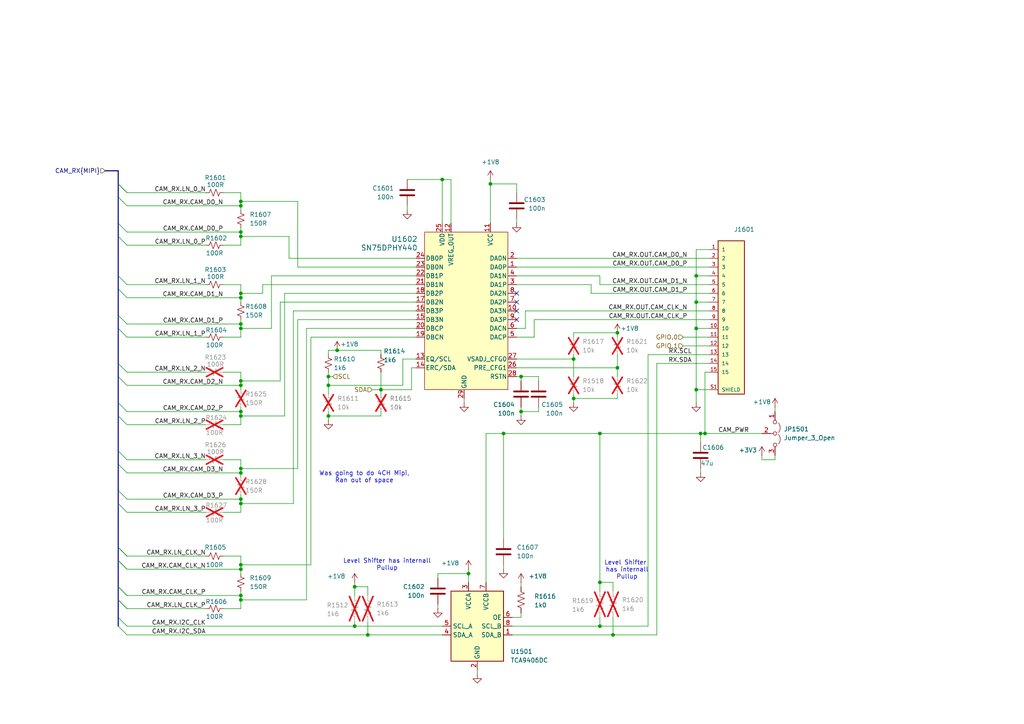
<source format=kicad_sch>
(kicad_sch (version 20250114) (generator "eeschema") (generator_version "9.0")
  (paper "A4")
  (title_block (date "2025-09-13") (rev "A"))
  (lib_symbols
    (symbol "Device:C" (pin_numbers (hide yes)) (pin_names (offset 0.254))
      (property "Reference" "C" (at 0.635 2.54 0))
      (property "Value" "C" (at 0.635 -2.54 0))
      (symbol "C_0_1"
        (polyline (pts (xy -2.032 0.762) (xy 2.032 0.762)) (stroke (width 0.508)))
        (polyline (pts (xy -2.032 -0.762) (xy 2.032 -0.762)) (stroke (width 0.508)))
      )
      (symbol "C_1_1"
        (pin passive line (at 0 3.81 270) (length 2.794) (name "~") (number "1"))
        (pin passive line (at 0 -3.81 90) (length 2.794) (name "~") (number "2"))
      )
    )
    (symbol "Device:R_Small_US" (pin_numbers (hide yes)) (pin_names (offset 0.254) (hide yes))
      (property "Reference" "R" (at 0.762 0.508 0))
      (property "Value" "R_Small_US" (at 0.762 -1.016 0))
      (symbol "R_Small_US_1_1"
        (polyline (pts (xy 0 1.524) (xy 1.016 1.143) (xy 0 0.762) (xy -1.016 0.381) (xy 0 0)))
        (polyline (pts (xy 0 0) (xy 1.016 -0.381) (xy 0 -0.762) (xy -1.016 -1.143) (xy 0 -1.524)))
        (pin passive line (at 0 2.54 270) (length 1.016) (name "~") (number "1"))
        (pin passive line (at 0 -2.54 90) (length 1.016) (name "~") (number "2"))
      )
    )
    (symbol "Device:R_US" (pin_numbers (hide yes)) (pin_names (offset 0))
      (property "Reference" "R" (at 2.54 0 90))
      (property "Value" "R_US" (at -2.54 0 90))
      (symbol "R_US_0_1"
        (polyline (pts (xy 0 2.286) (xy 0 2.54)))
        (polyline (pts (xy 0 2.286) (xy 1.016 1.905) (xy 0 1.524) (xy -1.016 1.143) (xy 0 0.762)))
        (polyline (pts (xy 0 0.762) (xy 1.016 0.381) (xy 0 0) (xy -1.016 -0.381) (xy 0 -0.762)))
        (polyline (pts (xy 0 -0.762) (xy 1.016 -1.143) (xy 0 -1.524) (xy -1.016 -1.905) (xy 0 -2.286)))
        (polyline (pts (xy 0 -2.286) (xy 0 -2.54)))
      )
      (symbol "R_US_1_1"
        (pin passive line (at 0 3.81 270) (length 1.27) (name "~") (number "1"))
        (pin passive line (at 0 -3.81 90) (length 1.27) (name "~") (number "2"))
      )
    )
    (symbol "Interface:TCA9406DC"
      (property "Reference" "U" (at -7.62 11.43 0))
      (property "Value" "TCA9406DC" (at 5.08 11.43 0))
      (symbol "TCA9406DC_0_1"
        (rectangle (start -7.62 10.16) (end 7.62 -10.16) (stroke (width 0.254)) (fill (type background)))
      )
      (symbol "TCA9406DC_1_1"
        (pin bidirectional line (at -10.16 0 0) (length 2.54) (name "SCL_A") (number "5"))
        (pin bidirectional line (at -10.16 -2.54 0) (length 2.54) (name "SDA_A") (number "4"))
        (pin power_in line (at -2.54 12.7 270) (length 2.54) (name "VCCA") (number "3"))
        (pin power_in line (at 0 -12.7 90) (length 2.54) (name "GND") (number "2"))
        (pin power_in line (at 2.54 12.7 270) (length 2.54) (name "VCCB") (number "7"))
        (pin input line (at 10.16 2.54 180) (length 2.54) (name "OE") (number "6"))
        (pin bidirectional line (at 10.16 0 180) (length 2.54) (name "SCL_B") (number "8"))
        (pin bidirectional line (at 10.16 -2.54 180) (length 2.54) (name "SDA_B") (number "1"))
      )
    )
    (symbol "Jumper:Jumper_3_Open" (pin_names (offset 0) (hide yes)) (in_bom no)
      (property "Reference" "JP" (at -2.54 -2.54 0))
      (property "Value" "Jumper_3_Open" (at 0 2.794 0))
      (symbol "Jumper_3_Open_0_0"
        (circle (center -3.302 0) (radius 0.508))
        (circle (center 0 0) (radius 0.508))
        (circle (center 3.302 0) (radius 0.508))
      )
      (symbol "Jumper_3_Open_0_1"
        (arc (start -3.048 1.016) (mid -1.651 1.4992) (end -0.254 1.016))
        (polyline (pts (xy 0 -0.508) (xy 0 -1.27)))
        (arc (start 0.254 1.016) (mid 1.651 1.4992) (end 3.048 1.016))
      )
      (symbol "Jumper_3_Open_1_1"
        (pin passive line (at -6.35 0 0) (length 2.54) (name "A") (number "1"))
        (pin passive line (at 0 -3.81 90) (length 2.54) (name "C") (number "2"))
        (pin passive line (at 6.35 0 180) (length 2.54) (name "B") (number "3"))
      )
    )
    (symbol "SN75DPHY:SN75DPHY440SSRHRT" (pin_names (offset 0.254))
      (property "Reference" "U" (at 20.574 -18.542 0))
      (property "Value" "SN75DPHY440" (at 21.59 -28.702 0))
      (symbol "SN75DPHY440SSRHRT_0_1"
        (pin bidirectional line (at 6.35 -2.54 0) (length 2.54) (name "DA0N") (number "2"))
        (pin bidirectional line (at 6.35 -5.08 0) (length 2.54) (name "DA0P") (number "1"))
        (pin bidirectional line (at 6.35 -7.62 0) (length 2.54) (name "DA1N") (number "4"))
        (pin bidirectional line (at 6.35 -10.16 0) (length 2.54) (name "DA1P") (number "3"))
        (pin bidirectional line (at 6.35 -12.7 0) (length 2.54) (name "DA2N") (number "8"))
        (pin bidirectional line (at 6.35 -15.24 0) (length 2.54) (name "DA2P") (number "7"))
        (pin bidirectional line (at 6.35 -17.78 0) (length 2.54) (name "DA3N") (number "10"))
        (pin bidirectional line (at 6.35 -20.32 0) (length 2.54) (name "DA3P") (number "9"))
        (pin bidirectional line (at 6.35 -22.86 0) (length 2.54) (name "DACN") (number "6"))
        (pin bidirectional line (at 6.35 -25.4 0) (length 2.54) (name "DACP") (number "5"))
        (pin unspecified line (at 6.35 -31.75 0) (length 2.54) (name "VSADJ_CFG0") (number "27"))
        (pin unspecified line (at 6.35 -34.29 0) (length 2.54) (name "PRE_CFG1") (number "26"))
        (pin unspecified line (at 6.35 -36.83 0) (length 2.54) (name "RSTN") (number "28"))
        (pin power_in line (at 13.97 7.62 270) (length 2.54) (name "VCC") (number "11"))
        (pin output line (at 25.4 7.62 270) (length 2.54) (name "VREG_OUT") (number "12"))
        (pin power_in line (at 27.94 7.62 270) (length 2.54) (name "VDD") (number "25"))
        (pin bidirectional line (at 35.56 -2.54 180) (length 2.54) (name "DB0P") (number "24"))
        (pin bidirectional line (at 35.56 -5.08 180) (length 2.54) (name "DB0N") (number "23"))
        (pin bidirectional line (at 35.56 -7.62 180) (length 2.54) (name "DB1P") (number "22"))
        (pin bidirectional line (at 35.56 -10.16 180) (length 2.54) (name "DB1N") (number "21"))
        (pin bidirectional line (at 35.56 -12.7 180) (length 2.54) (name "DB2P") (number "18"))
        (pin bidirectional line (at 35.56 -15.24 180) (length 2.54) (name "DB2N") (number "17"))
        (pin bidirectional line (at 35.56 -17.78 180) (length 2.54) (name "DB3P") (number "16"))
        (pin bidirectional line (at 35.56 -20.32 180) (length 2.54) (name "DB3N") (number "15"))
        (pin bidirectional line (at 35.56 -22.86 180) (length 2.54) (name "DBCP") (number "20"))
        (pin bidirectional line (at 35.56 -25.4 180) (length 2.54) (name "DBCN") (number "19"))
        (pin bidirectional line (at 35.56 -31.75 180) (length 2.54) (name "EQ/SCL") (number "13"))
        (pin bidirectional line (at 35.56 -34.29 180) (length 2.54) (name "ERC/SDA") (number "14"))
      )
      (symbol "SN75DPHY440SSRHRT_1_1"
        (rectangle (start 8.89 5.08) (end 33.02 -40.64) (fill (type background)))
        (pin power_in line (at 21.59 -43.18 90) (length 2.54) (name "GND") (number "29"))
      )
    )
    (symbol "camera1:SFW15R-2STE1LF" (pin_names (offset 1.016))
      (property "Reference" "J" (at -7.112 24.13 0))
      (property "Value" "SFW15R-2STE1LF" (at -7.62 -27.94 0))
      (symbol "SFW15R-2STE1LF_0_0"
        (rectangle (start -7.62 22.86) (end 0 -21.59) (stroke (width 0.254)) (fill (type background)))
        (pin passive line (at -10.16 20.32 0) (length 2.54) (name "1") (number "1"))
        (pin passive line (at -10.16 17.78 0) (length 2.54) (name "2") (number "2"))
        (pin passive line (at -10.16 15.24 0) (length 2.54) (name "3") (number "3"))
        (pin passive line (at -10.16 12.7 0) (length 2.54) (name "4") (number "4"))
        (pin passive line (at -10.16 10.16 0) (length 2.54) (name "5") (number "5"))
        (pin passive line (at -10.16 7.62 0) (length 2.54) (name "6") (number "6"))
        (pin passive line (at -10.16 5.08 0) (length 2.54) (name "7") (number "7"))
        (pin passive line (at -10.16 2.54 0) (length 2.54) (name "8") (number "8"))
        (pin passive line (at -10.16 0 0) (length 2.54) (name "9") (number "9"))
        (pin passive line (at -10.16 -2.54 0) (length 2.54) (name "10") (number "10"))
        (pin passive line (at -10.16 -5.08 0) (length 2.54) (name "11") (number "11"))
        (pin passive line (at -10.16 -7.62 0) (length 2.54) (name "12") (number "12"))
        (pin passive line (at -10.16 -10.16 0) (length 2.54) (name "13") (number "13"))
        (pin passive line (at -10.16 -12.7 0) (length 2.54) (name "14") (number "14"))
        (pin passive line (at -10.16 -15.24 0) (length 2.54) (name "15") (number "15"))
        (pin passive line (at -10.16 -20.32 0) (length 2.54) (name "SHIELD") (number "S1"))
        (pin passive line (at -10.16 -20.32 0) (length 2.54) (hide yes) (name "SHIELD__1") (number "S2"))
      )
    )
    (symbol "power:+1V8" (power) (pin_numbers (hide yes)) (pin_names (offset 0) (hide yes))
      (property "Value" "+1V8" (at 0 3.556 0))
      (symbol "+1V8_0_1"
        (polyline (pts (xy -0.762 1.27) (xy 0 2.54)))
        (polyline (pts (xy 0 2.54) (xy 0.762 1.27)))
        (polyline (pts (xy 0 0) (xy 0 2.54)))
      )
      (symbol "+1V8_1_1"
        (pin power_in line (at 0 0 90) (length 0) (name "~") (number "1"))
      )
    )
    (symbol "power:+3V3" (power) (pin_numbers (hide yes)) (pin_names (offset 0) (hide yes))
      (property "Value" "+3V3" (at 0 3.556 0))
      (symbol "+3V3_0_1"
        (polyline (pts (xy -0.762 1.27) (xy 0 2.54)))
        (polyline (pts (xy 0 2.54) (xy 0.762 1.27)))
        (polyline (pts (xy 0 0) (xy 0 2.54)))
      )
      (symbol "+3V3_1_1"
        (pin power_in line (at 0 0 90) (length 0) (name "~") (number "1"))
      )
    )
    (symbol "power:GND" (power) (pin_numbers (hide yes)) (pin_names (offset 0) (hide yes))
      (property "Value" "GND" (at 0 -3.81 0))
      (symbol "GND_0_1"
        (polyline (pts (xy 0 0) (xy 0 -1.27) (xy 1.27 -1.27) (xy 0 -2.54) (xy -1.27 -1.27) (xy 0 -1.27)))
      )
      (symbol "GND_1_1"
        (pin power_in line (at 0 0 270) (length 0) (name "~") (number "1"))
      )
    )
  )
  (text "Level Shifter has internall\nPullup" (at 112.268 163.83 0) (effects (font (size 1.27 1.27))))
  (text "Level Shifter \nhas internall\nPullup" (at 181.864 165.354 0) (effects (font (size 1.27 1.27))))
  (text "Was going to do 4CH Mipi,\nRan out of space" (at 105.664 138.43 0) (effects (font (size 1.27 1.27))))
  (junction (at 95.25 111.76))
  (junction (at 69.85 93.98))
  (junction (at 151.13 119.38))
  (junction (at 151.13 109.22))
  (junction (at 179.07 106.68))
  (junction (at 69.85 110.49))
  (junction (at 69.85 137.16))
  (junction (at 95.25 120.65))
  (junction (at 69.85 173.99))
  (junction (at 69.85 111.76))
  (junction (at 102.87 170.18))
  (junction (at 201.93 80.01))
  (junction (at 106.68 184.15))
  (junction (at 102.87 181.61))
  (junction (at 173.99 168.91))
  (junction (at 166.37 104.14))
  (junction (at 128.27 52.07))
  (junction (at 69.85 165.1))
  (junction (at 166.37 115.57))
  (junction (at 69.85 144.78))
  (junction (at 110.49 113.03))
  (junction (at 173.99 181.61))
  (junction (at 69.85 58.42))
  (junction (at 69.85 67.31))
  (junction (at 204.47 125.73))
  (junction (at 201.93 87.63))
  (junction (at 135.89 166.37))
  (junction (at 142.24 53.34))
  (junction (at 69.85 163.83))
  (junction (at 95.25 109.22))
  (junction (at 177.8 184.15))
  (junction (at 173.99 125.73))
  (junction (at 69.85 146.05))
  (junction (at 69.85 120.65))
  (junction (at 69.85 95.25))
  (junction (at 201.93 95.25))
  (junction (at 97.79 101.6))
  (junction (at 179.07 96.52))
  (junction (at 69.85 86.36))
  (junction (at 69.85 119.38))
  (junction (at 69.85 135.89))
  (junction (at 69.85 172.72))
  (junction (at 146.05 125.73))
  (junction (at 201.93 113.03))
  (junction (at 69.85 68.58))
  (junction (at 203.2 125.73))
  (junction (at 69.85 85.09))
  (junction (at 69.85 59.69))
  (no_connect (at 149.86 92.71))
  (no_connect (at 149.86 87.63))
  (no_connect (at 149.86 90.17))
  (no_connect (at 149.86 85.09))
  (bus_entry (at 34.29 57.15) (size 2.54 2.54))
  (bus_entry (at 34.29 146.05) (size 2.54 2.54))
  (bus_entry (at 34.29 91.44) (size 2.54 2.54))
  (bus_entry (at 34.29 83.82) (size 2.54 2.54))
  (bus_entry (at 34.29 142.24) (size 2.54 2.54))
  (bus_entry (at 34.29 68.58) (size 2.54 2.54))
  (bus_entry (at 34.29 95.25) (size 2.54 2.54))
  (bus_entry (at 34.29 181.61) (size 2.54 2.54))
  (bus_entry (at 34.29 170.18) (size 2.54 2.54))
  (bus_entry (at 34.29 179.07) (size 2.54 2.54))
  (bus_entry (at 34.29 158.75) (size 2.54 2.54))
  (bus_entry (at 34.29 80.01) (size 2.54 2.54))
  (bus_entry (at 34.29 53.34) (size 2.54 2.54))
  (bus_entry (at 34.29 173.99) (size 2.54 2.54))
  (bus_entry (at 34.29 53.34) (size 2.54 2.54))
  (bus_entry (at 34.29 64.77) (size 2.54 2.54))
  (bus_entry (at 34.29 158.75) (size 2.54 2.54))
  (bus_entry (at 34.29 130.81) (size 2.54 2.54))
  (bus_entry (at 34.29 173.99) (size 2.54 2.54))
  (bus_entry (at 34.29 134.62) (size 2.54 2.54))
  (bus_entry (at 34.29 105.41) (size 2.54 2.54))
  (bus_entry (at 34.29 109.22) (size 2.54 2.54))
  (bus_entry (at 34.29 170.18) (size 2.54 2.54))
  (bus_entry (at 34.29 162.56) (size 2.54 2.54))
  (bus_entry (at 34.29 120.65) (size 2.54 2.54))
  (bus_entry (at 34.29 162.56) (size 2.54 2.54))
  (bus_entry (at 34.29 116.84) (size 2.54 2.54))
  (wire (pts (xy 106.68 172.72) (xy 106.68 170.18)))
  (wire (pts (xy 78.74 80.01) (xy 78.74 95.25)))
  (wire (pts (xy 224.79 118.11) (xy 224.79 119.38)))
  (wire (pts (xy 107.95 113.03) (xy 110.49 113.03)))
  (wire (pts (xy 81.28 87.63) (xy 120.65 87.63)))
  (wire (pts (xy 151.13 109.22) (xy 149.86 109.22)))
  (bus (pts (xy 30.48 49.53) (xy 34.29 49.53)))
  (wire (pts (xy 204.47 107.95) (xy 205.74 107.95)))
  (bus (pts (xy 34.29 80.01) (xy 34.29 83.82)))
  (wire (pts (xy 102.87 180.34) (xy 102.87 181.61)))
  (wire (pts (xy 36.83 71.12) (xy 59.69 71.12)))
  (wire (pts (xy 88.9 95.25) (xy 120.65 95.25)))
  (wire (pts (xy 36.83 82.55) (xy 59.69 82.55)))
  (wire (pts (xy 36.83 59.69) (xy 69.85 59.69)))
  (wire (pts (xy 149.86 74.93) (xy 205.74 74.93)))
  (wire (pts (xy 204.47 107.95) (xy 204.47 125.73)))
  (wire (pts (xy 36.83 107.95) (xy 59.69 107.95)))
  (wire (pts (xy 127 166.37) (xy 127 167.64)))
  (wire (pts (xy 83.82 74.93) (xy 120.65 74.93)))
  (wire (pts (xy 69.85 123.19) (xy 69.85 120.65)))
  (wire (pts (xy 36.83 165.1) (xy 69.85 165.1)))
  (wire (pts (xy 110.49 113.03) (xy 110.49 114.3)))
  (bus (pts (xy 34.29 91.44) (xy 34.29 95.25)))
  (wire (pts (xy 149.86 104.14) (xy 166.37 104.14)))
  (bus (pts (xy 34.29 109.22) (xy 34.29 116.84)))
  (wire (pts (xy 118.11 59.69) (xy 118.11 60.96)))
  (wire (pts (xy 69.85 137.16) (xy 69.85 138.43)))
  (wire (pts (xy 36.83 176.53) (xy 59.69 176.53)))
  (wire (pts (xy 179.07 115.57) (xy 166.37 115.57)))
  (wire (pts (xy 36.83 148.59) (xy 59.69 148.59)))
  (bus (pts (xy 34.29 105.41) (xy 34.29 109.22)))
  (wire (pts (xy 69.85 110.49) (xy 81.28 110.49)))
  (wire (pts (xy 64.77 148.59) (xy 69.85 148.59)))
  (wire (pts (xy 205.74 72.39) (xy 201.93 72.39)))
  (wire (pts (xy 86.36 58.42) (xy 86.36 77.47)))
  (wire (pts (xy 166.37 96.52) (xy 166.37 97.79)))
  (wire (pts (xy 106.68 184.15) (xy 128.27 184.15)))
  (wire (pts (xy 81.28 110.49) (xy 81.28 87.63)))
  (wire (pts (xy 69.85 120.65) (xy 69.85 119.38)))
  (wire (pts (xy 151.13 109.22) (xy 156.21 109.22)))
  (wire (pts (xy 86.36 77.47) (xy 120.65 77.47)))
  (wire (pts (xy 203.2 125.73) (xy 203.2 128.27)))
  (wire (pts (xy 149.86 55.88) (xy 149.86 53.34)))
  (wire (pts (xy 69.85 165.1) (xy 69.85 166.37)))
  (wire (pts (xy 69.85 107.95) (xy 69.85 110.49)))
  (wire (pts (xy 198.12 97.79) (xy 205.74 97.79)))
  (wire (pts (xy 106.68 170.18) (xy 102.87 170.18)))
  (wire (pts (xy 69.85 148.59) (xy 69.85 146.05)))
  (wire (pts (xy 106.68 180.34) (xy 106.68 184.15)))
  (wire (pts (xy 69.85 133.35) (xy 69.85 135.89)))
  (wire (pts (xy 116.84 104.14) (xy 116.84 111.76)))
  (wire (pts (xy 140.97 125.73) (xy 146.05 125.73)))
  (wire (pts (xy 166.37 96.52) (xy 179.07 96.52)))
  (wire (pts (xy 36.83 172.72) (xy 69.85 172.72)))
  (wire (pts (xy 220.98 133.35) (xy 224.79 133.35)))
  (bus (pts (xy 34.29 162.56) (xy 34.29 170.18)))
  (wire (pts (xy 69.85 97.79) (xy 69.85 95.25)))
  (bus (pts (xy 34.29 53.34) (xy 34.29 57.15)))
  (wire (pts (xy 110.49 113.03) (xy 119.38 113.03)))
  (wire (pts (xy 179.07 106.68) (xy 179.07 102.87)))
  (wire (pts (xy 102.87 168.91) (xy 102.87 170.18)))
  (wire (pts (xy 166.37 115.57) (xy 166.37 116.84)))
  (wire (pts (xy 36.83 161.29) (xy 59.69 161.29)))
  (wire (pts (xy 190.5 105.41) (xy 190.5 184.15)))
  (wire (pts (xy 69.85 55.88) (xy 69.85 58.42)))
  (wire (pts (xy 69.85 146.05) (xy 69.85 144.78)))
  (wire (pts (xy 156.21 119.38) (xy 156.21 118.11)))
  (wire (pts (xy 69.85 120.65) (xy 82.55 120.65)))
  (wire (pts (xy 127 175.26) (xy 127 176.53)))
  (wire (pts (xy 110.49 120.65) (xy 95.25 120.65)))
  (wire (pts (xy 198.12 100.33) (xy 205.74 100.33)))
  (wire (pts (xy 69.85 111.76) (xy 69.85 113.03)))
  (wire (pts (xy 204.47 125.73) (xy 220.98 125.73)))
  (wire (pts (xy 179.07 106.68) (xy 179.07 109.22)))
  (wire (pts (xy 64.77 55.88) (xy 69.85 55.88)))
  (wire (pts (xy 64.77 161.29) (xy 69.85 161.29)))
  (wire (pts (xy 130.81 52.07) (xy 128.27 52.07)))
  (wire (pts (xy 201.93 80.01) (xy 201.93 87.63)))
  (bus (pts (xy 34.29 83.82) (xy 34.29 91.44)))
  (wire (pts (xy 69.85 59.69) (xy 69.85 60.96)))
  (wire (pts (xy 151.13 168.91) (xy 151.13 170.18)))
  (wire (pts (xy 119.38 106.68) (xy 120.65 106.68)))
  (wire (pts (xy 190.5 184.15) (xy 177.8 184.15)))
  (wire (pts (xy 69.85 67.31) (xy 69.85 66.04)))
  (wire (pts (xy 173.99 125.73) (xy 173.99 168.91)))
  (wire (pts (xy 179.07 97.79) (xy 179.07 96.52)))
  (wire (pts (xy 76.2 82.55) (xy 76.2 85.09)))
  (wire (pts (xy 64.77 107.95) (xy 69.85 107.95)))
  (bus (pts (xy 34.29 173.99) (xy 34.29 179.07)))
  (wire (pts (xy 83.82 68.58) (xy 83.82 74.93)))
  (wire (pts (xy 69.85 119.38) (xy 69.85 118.11)))
  (wire (pts (xy 95.25 111.76) (xy 95.25 114.3)))
  (wire (pts (xy 82.55 120.65) (xy 82.55 85.09)))
  (wire (pts (xy 69.85 144.78) (xy 69.85 143.51)))
  (wire (pts (xy 203.2 125.73) (xy 173.99 125.73)))
  (wire (pts (xy 127 166.37) (xy 135.89 166.37)))
  (wire (pts (xy 177.8 171.45) (xy 177.8 168.91)))
  (wire (pts (xy 69.85 173.99) (xy 88.9 173.99)))
  (wire (pts (xy 36.83 86.36) (xy 69.85 86.36)))
  (wire (pts (xy 88.9 95.25) (xy 88.9 173.99)))
  (wire (pts (xy 64.77 123.19) (xy 69.85 123.19)))
  (wire (pts (xy 146.05 156.21) (xy 146.05 125.73)))
  (wire (pts (xy 69.85 93.98) (xy 69.85 92.71)))
  (wire (pts (xy 36.83 93.98) (xy 69.85 93.98)))
  (wire (pts (xy 173.99 179.07) (xy 173.99 181.61)))
  (wire (pts (xy 36.83 133.35) (xy 59.69 133.35)))
  (bus (pts (xy 34.29 179.07) (xy 34.29 181.61)))
  (wire (pts (xy 69.85 85.09) (xy 76.2 85.09)))
  (wire (pts (xy 201.93 87.63) (xy 205.74 87.63)))
  (bus (pts (xy 34.29 68.58) (xy 34.29 80.01)))
  (wire (pts (xy 146.05 163.83) (xy 146.05 165.1)))
  (wire (pts (xy 86.36 92.71) (xy 86.36 135.89)))
  (wire (pts (xy 173.99 181.61) (xy 187.96 181.61)))
  (wire (pts (xy 95.25 107.95) (xy 95.25 109.22)))
  (wire (pts (xy 151.13 119.38) (xy 156.21 119.38)))
  (wire (pts (xy 36.83 123.19) (xy 59.69 123.19)))
  (bus (pts (xy 34.29 134.62) (xy 34.29 142.24)))
  (wire (pts (xy 201.93 87.63) (xy 201.93 95.25)))
  (wire (pts (xy 128.27 64.77) (xy 128.27 52.07)))
  (wire (pts (xy 151.13 179.07) (xy 148.59 179.07)))
  (wire (pts (xy 173.99 168.91) (xy 173.99 171.45)))
  (wire (pts (xy 36.83 181.61) (xy 102.87 181.61)))
  (wire (pts (xy 96.52 109.22) (xy 95.25 109.22)))
  (wire (pts (xy 154.94 92.71) (xy 205.74 92.71)))
  (wire (pts (xy 135.89 165.1) (xy 135.89 166.37)))
  (bus (pts (xy 34.29 142.24) (xy 34.29 146.05)))
  (wire (pts (xy 69.85 68.58) (xy 83.82 68.58)))
  (wire (pts (xy 69.85 173.99) (xy 69.85 172.72)))
  (wire (pts (xy 138.43 194.31) (xy 138.43 195.58)))
  (wire (pts (xy 110.49 107.95) (xy 110.49 113.03)))
  (wire (pts (xy 201.93 95.25) (xy 201.93 113.03)))
  (wire (pts (xy 110.49 101.6) (xy 97.79 101.6)))
  (wire (pts (xy 69.85 82.55) (xy 69.85 85.09)))
  (wire (pts (xy 151.13 110.49) (xy 151.13 109.22)))
  (wire (pts (xy 69.85 71.12) (xy 69.85 68.58)))
  (bus (pts (xy 34.29 158.75) (xy 34.29 162.56)))
  (wire (pts (xy 146.05 125.73) (xy 173.99 125.73)))
  (wire (pts (xy 156.21 109.22) (xy 156.21 110.49)))
  (wire (pts (xy 130.81 52.07) (xy 130.81 64.77)))
  (wire (pts (xy 64.77 82.55) (xy 69.85 82.55)))
  (wire (pts (xy 149.86 63.5) (xy 149.86 64.77)))
  (wire (pts (xy 69.85 172.72) (xy 69.85 171.45)))
  (wire (pts (xy 102.87 181.61) (xy 128.27 181.61)))
  (wire (pts (xy 177.8 179.07) (xy 177.8 184.15)))
  (wire (pts (xy 64.77 97.79) (xy 69.85 97.79)))
  (bus (pts (xy 34.29 57.15) (xy 34.29 64.77)))
  (wire (pts (xy 149.86 82.55) (xy 171.45 82.55)))
  (wire (pts (xy 142.24 53.34) (xy 142.24 64.77)))
  (wire (pts (xy 36.83 111.76) (xy 69.85 111.76)))
  (wire (pts (xy 64.77 71.12) (xy 69.85 71.12)))
  (wire (pts (xy 120.65 104.14) (xy 116.84 104.14)))
  (wire (pts (xy 166.37 102.87) (xy 166.37 104.14)))
  (wire (pts (xy 204.47 125.73) (xy 203.2 125.73)))
  (wire (pts (xy 151.13 177.8) (xy 151.13 179.07)))
  (wire (pts (xy 201.93 95.25) (xy 205.74 95.25)))
  (wire (pts (xy 64.77 176.53) (xy 69.85 176.53)))
  (wire (pts (xy 171.45 82.55) (xy 171.45 85.09)))
  (bus (pts (xy 34.29 146.05) (xy 34.29 158.75)))
  (wire (pts (xy 110.49 119.38) (xy 110.49 120.65)))
  (wire (pts (xy 152.4 95.25) (xy 149.86 95.25)))
  (wire (pts (xy 149.86 53.34) (xy 142.24 53.34)))
  (wire (pts (xy 142.24 52.07) (xy 142.24 53.34)))
  (wire (pts (xy 69.85 86.36) (xy 69.85 87.63)))
  (wire (pts (xy 76.2 82.55) (xy 120.65 82.55)))
  (wire (pts (xy 69.85 161.29) (xy 69.85 163.83)))
  (wire (pts (xy 151.13 118.11) (xy 151.13 119.38)))
  (wire (pts (xy 187.96 102.87) (xy 205.74 102.87)))
  (wire (pts (xy 187.96 102.87) (xy 187.96 181.61)))
  (wire (pts (xy 69.85 68.58) (xy 69.85 67.31)))
  (wire (pts (xy 120.65 90.17) (xy 85.09 90.17)))
  (wire (pts (xy 86.36 58.42) (xy 69.85 58.42)))
  (wire (pts (xy 151.13 120.65) (xy 151.13 119.38)))
  (wire (pts (xy 149.86 106.68) (xy 179.07 106.68)))
  (wire (pts (xy 190.5 105.41) (xy 205.74 105.41)))
  (bus (pts (xy 34.29 53.34) (xy 34.29 49.53)))
  (bus (pts (xy 34.29 95.25) (xy 34.29 105.41)))
  (wire (pts (xy 36.83 144.78) (xy 69.85 144.78)))
  (wire (pts (xy 220.98 133.35) (xy 220.98 132.08)))
  (wire (pts (xy 90.17 163.83) (xy 90.17 97.79)))
  (wire (pts (xy 135.89 166.37) (xy 135.89 168.91)))
  (wire (pts (xy 69.85 163.83) (xy 90.17 163.83)))
  (wire (pts (xy 69.85 110.49) (xy 69.85 111.76)))
  (wire (pts (xy 119.38 106.68) (xy 119.38 113.03)))
  (wire (pts (xy 69.85 135.89) (xy 69.85 137.16)))
  (wire (pts (xy 171.45 85.09) (xy 205.74 85.09)))
  (wire (pts (xy 166.37 104.14) (xy 166.37 109.22)))
  (wire (pts (xy 95.25 101.6) (xy 97.79 101.6)))
  (wire (pts (xy 179.07 114.3) (xy 179.07 115.57)))
  (wire (pts (xy 64.77 133.35) (xy 69.85 133.35)))
  (wire (pts (xy 90.17 97.79) (xy 120.65 97.79)))
  (wire (pts (xy 85.09 90.17) (xy 85.09 146.05)))
  (wire (pts (xy 69.85 95.25) (xy 78.74 95.25)))
  (wire (pts (xy 201.93 113.03) (xy 201.93 116.84)))
  (wire (pts (xy 82.55 85.09) (xy 120.65 85.09)))
  (wire (pts (xy 69.85 58.42) (xy 69.85 59.69)))
  (wire (pts (xy 128.27 52.07) (xy 118.11 52.07)))
  (wire (pts (xy 78.74 80.01) (xy 120.65 80.01)))
  (bus (pts (xy 34.29 116.84) (xy 34.29 120.65)))
  (bus (pts (xy 34.29 64.77) (xy 34.29 68.58)))
  (wire (pts (xy 154.94 97.79) (xy 149.86 97.79)))
  (wire (pts (xy 148.59 181.61) (xy 173.99 181.61)))
  (wire (pts (xy 203.2 135.89) (xy 203.2 137.16)))
  (wire (pts (xy 95.25 119.38) (xy 95.25 120.65)))
  (wire (pts (xy 36.83 97.79) (xy 59.69 97.79)))
  (wire (pts (xy 152.4 90.17) (xy 152.4 95.25)))
  (wire (pts (xy 173.99 168.91) (xy 177.8 168.91)))
  (wire (pts (xy 201.93 72.39) (xy 201.93 80.01)))
  (wire (pts (xy 36.83 55.88) (xy 59.69 55.88)))
  (wire (pts (xy 173.99 80.01) (xy 149.86 80.01)))
  (wire (pts (xy 224.79 133.35) (xy 224.79 132.08)))
  (wire (pts (xy 201.93 80.01) (xy 205.74 80.01)))
  (wire (pts (xy 69.85 85.09) (xy 69.85 86.36)))
  (wire (pts (xy 102.87 170.18) (xy 102.87 172.72)))
  (wire (pts (xy 177.8 184.15) (xy 148.59 184.15)))
  (bus (pts (xy 34.29 120.65) (xy 34.29 130.81)))
  (wire (pts (xy 154.94 92.71) (xy 154.94 97.79)))
  (wire (pts (xy 69.85 95.25) (xy 69.85 93.98)))
  (bus (pts (xy 34.29 130.81) (xy 34.29 134.62)))
  (wire (pts (xy 95.25 101.6) (xy 95.25 102.87)))
  (wire (pts (xy 152.4 90.17) (xy 205.74 90.17)))
  (wire (pts (xy 116.84 111.76) (xy 95.25 111.76)))
  (wire (pts (xy 36.83 67.31) (xy 69.85 67.31)))
  (wire (pts (xy 166.37 114.3) (xy 166.37 115.57)))
  (wire (pts (xy 201.93 113.03) (xy 205.74 113.03)))
  (wire (pts (xy 134.62 116.84) (xy 134.62 115.57)))
  (wire (pts (xy 36.83 119.38) (xy 69.85 119.38)))
  (wire (pts (xy 173.99 82.55) (xy 205.74 82.55)))
  (wire (pts (xy 140.97 125.73) (xy 140.97 168.91)))
  (wire (pts (xy 95.25 120.65) (xy 95.25 121.92)))
  (wire (pts (xy 69.85 163.83) (xy 69.85 165.1)))
  (wire (pts (xy 36.83 137.16) (xy 69.85 137.16)))
  (wire (pts (xy 69.85 173.99) (xy 69.85 176.53)))
  (wire (pts (xy 149.86 77.47) (xy 205.74 77.47)))
  (wire (pts (xy 69.85 146.05) (xy 85.09 146.05)))
  (wire (pts (xy 69.85 135.89) (xy 86.36 135.89)))
  (wire (pts (xy 95.25 109.22) (xy 95.25 111.76)))
  (wire (pts (xy 110.49 102.87) (xy 110.49 101.6)))
  (bus (pts (xy 34.29 170.18) (xy 34.29 173.99)))
  (wire (pts (xy 86.36 92.71) (xy 120.65 92.71)))
  (wire (pts (xy 173.99 82.55) (xy 173.99 80.01)))
  (wire (pts (xy 36.83 184.15) (xy 106.68 184.15)))
  (label "CAM_RX.LN_3_P" (at 59.69 148.59 180))
  (label "CAM_RX.OUT.CAM_CLK_N" (at 199.39 90.17 180))
  (label "CAM_RX.LN_CLK_N" (at 59.69 161.29 180))
  (label "CAM_RX.LN_1_N" (at 59.69 82.55 180))
  (label "CAM_RX.CAM_CLK_N" (at 59.69 165.1 180))
  (label "CAM_RX.OUT.CAM_D1_P" (at 199.39 85.09 180))
  (label "CAM_RX.CAM_D2_N" (at 64.77 111.76 180))
  (label "CAM_RX.OUT.CAM_D0_P" (at 199.39 77.47 180))
  (label "CAM_PWR" (at 208.28 125.73 0))
  (label "CAM_RX.OUT.CAM_CLK_P" (at 199.39 92.71 180))
  (label "CAM_RX.LN_0_P" (at 59.69 71.12 180))
  (label "CAM_RX.CAM_D0_P" (at 64.77 67.31 180))
  (label "CAM_RX.I2C_CLK" (at 59.69 181.61 180))
  (label "CAM_RX.LN_2_P" (at 59.69 123.19 180))
  (label "CAM_RX.LN_CLK_P" (at 59.69 176.53 180))
  (label "CAM_RX.CAM_D1_N" (at 64.77 86.36 180))
  (label "CAM_RX.CAM_D2_P" (at 64.77 119.38 180))
  (label "CAM_RX.CAM_D3_N" (at 64.77 137.16 180))
  (label "RX.SCL" (at 200.66 102.87 180))
  (label "CAM_RX.LN_0_N" (at 59.69 55.88 180))
  (label "CAM_RX.LN_3_N" (at 59.69 133.35 180))
  (label "CAM_RX.OUT.CAM_D0_N" (at 199.39 74.93 180))
  (label "CAM_RX.I2C_SDA" (at 59.69 184.15 180))
  (label "CAM_RX.CAM_D1_P" (at 64.77 93.98 180))
  (label "CAM_RX.CAM_D0_N" (at 64.77 59.69 180))
  (label "CAM_RX.LN_1_P" (at 59.69 97.79 180))
  (label "RX.SDA" (at 200.66 105.41 180))
  (label "CAM_RX.LN_2_N" (at 59.69 107.95 180))
  (label "CAM_RX.OUT.CAM_D1_N" (at 199.39 82.55 180))
  (label "CAM_RX.CAM_CLK_P" (at 59.69 172.72 180))
  (label "CAM_RX.CAM_D3_P" (at 64.77 144.78 180))
  (hierarchical_label "SCL" (shape input) (at 96.52 109.22 0))
  (hierarchical_label "SDA" (shape input) (at 107.95 113.03 180))
  (hierarchical_label "GPIO.1" (shape input) (at 198.12 100.33 180))
  (hierarchical_label "CAM_RX{MIPI}" (shape input) (at 30.48 49.53 180))
  (hierarchical_label "GPIO.0" (shape input) (at 198.12 97.79 180))
  (symbol (lib_id "power:GND") (at 203.2 137.16 0) (unit 1)
    (property "Reference" "#PWR01616" (effects (hide yes)))
    (property "Value" "GND" (effects (hide yes)))
    (property "Description" "Power symbol creates a global label with name \"GND\" , ground" (effects (hide yes)))
  )
  (symbol (lib_id "Device:R_Small_US") (at 69.85 140.97 0) (unit 1) (on_board no) (dnp yes)
    (property "Reference" "R1628" (at 71.12 139.7 0) (effects (justify left)))
    (property "Value" "150R" (at 71.12 142.24 0) (effects (justify left)))
    (property "Footprint" "Resistor_SMD:R_0402_1005Metric" (effects (hide yes)))
    (property "Description" "Resistor, small US symbol" (effects (hide yes)))
  )
  (symbol (lib_id "Device:R_Small_US") (at 62.23 176.53 90) (unit 1)
    (property "Reference" "R1606" (at 62.738 174.498 90))
    (property "Value" "100R" (at 62.23 178.816 90))
    (property "Footprint" "Resistor_SMD:R_0402_1005Metric" (effects (hide yes)))
    (property "Description" "Resistor, small US symbol" (effects (hide yes)))
  )
  (symbol (lib_id "Device:C") (at 127 171.45 0) (mirror y) (unit 1)
    (property "Reference" "C1602" (at 123.19 170.1799 0) (effects (justify left)))
    (property "Value" "100n" (at 123.19 172.7199 0) (effects (justify left)))
    (property "Footprint" "Capacitor_SMD:C_0402_1005Metric" (effects (hide yes)))
    (property "Description" "Unpolarized capacitor" (effects (hide yes)))
  )
  (symbol (lib_id "Device:C") (at 156.21 114.3 0) (mirror y) (unit 1)
    (property "Reference" "C1605" (at 163.322 117.348 0) (effects (justify left)))
    (property "Value" "100n" (at 163.322 119.888 0) (effects (justify left)))
    (property "Footprint" "Capacitor_SMD:C_0402_1005Metric" (effects (hide yes)))
    (property "Description" "Unpolarized capacitor" (effects (hide yes)))
  )
  (symbol (lib_id "Device:R_Small_US") (at 166.37 100.33 0) (unit 1) (dnp yes)
    (property "Reference" "R1617" (at 168.91 99.0599 0) (effects (justify left)))
    (property "Value" "10k" (at 168.91 101.5999 0) (effects (justify left)))
    (property "Footprint" "Resistor_SMD:R_0402_1005Metric" (effects (hide yes)))
    (property "Description" "Resistor, small US symbol" (effects (hide yes)))
  )
  (symbol (lib_id "Device:R_Small_US") (at 110.49 116.84 0) (unit 1) (dnp yes)
    (property "Reference" "R1615" (at 113.03 115.5699 0) (effects (justify left)))
    (property "Value" "10k" (at 113.03 118.1099 0) (effects (justify left)))
    (property "Footprint" "Resistor_SMD:R_0402_1005Metric" (effects (hide yes)))
    (property "Description" "Resistor, small US symbol" (effects (hide yes)))
  )
  (symbol (lib_id "Device:R_Small_US") (at 69.85 63.5 0) (unit 1)
    (property "Reference" "R1607" (at 72.39 62.2299 0) (effects (justify left)))
    (property "Value" "150R" (at 72.39 64.7699 0) (effects (justify left)))
    (property "Footprint" "Resistor_SMD:R_0402_1005Metric" (effects (hide yes)))
    (property "Description" "Resistor, small US symbol" (effects (hide yes)))
  )
  (symbol (lib_id "power:GND") (at 127 176.53 0) (unit 1)
    (property "Reference" "#PWR01605" (effects (hide yes)))
    (property "Value" "GND" (effects (hide yes)))
    (property "Description" "Power symbol creates a global label with name \"GND\" , ground" (effects (hide yes)))
  )
  (symbol (lib_id "power:+1V8") (at 151.13 168.91 0) (unit 1)
    (property "Reference" "#PWR01610" (effects (hide yes)))
    (property "Value" "+1V8" (at 155.956 167.132 0))
    (property "Description" "Power symbol creates a global label with name \"+1V8\"" (effects (hide yes)))
  )
  (symbol (lib_id "Device:R_US") (at 151.13 173.99 0) (unit 1)
    (property "Reference" "R1616" (at 154.94 172.974 0) (effects (justify left)))
    (property "Value" "1k0" (at 154.94 175.514 0) (effects (justify left)))
    (property "Footprint" "Resistor_SMD:R_0402_1005Metric" (effects (hide yes)))
    (property "Description" "Resistor, US symbol" (effects (hide yes)))
  )
  (symbol (lib_id "Device:R_Small_US") (at 110.49 105.41 0) (unit 1)
    (property "Reference" "R1614" (at 111.252 101.854 0) (effects (justify left)))
    (property "Value" "1k6" (at 111.252 104.394 0) (effects (justify left)))
    (property "Footprint" "Resistor_SMD:R_0402_1005Metric" (effects (hide yes)))
    (property "Description" "Resistor, small US symbol" (effects (hide yes)))
  )
  (symbol (lib_id "power:GND") (at 118.11 60.96 0) (mirror y) (unit 1)
    (property "Reference" "#PWR01604" (effects (hide yes)))
    (property "Value" "GND" (effects (hide yes)))
    (property "Description" "Power symbol creates a global label with name \"GND\" , ground" (effects (hide yes)))
  )
  (symbol (lib_id "power:GND") (at 166.37 116.84 0) (unit 1)
    (property "Reference" "#PWR01613" (effects (hide yes)))
    (property "Value" "GND" (effects (hide yes)))
    (property "Description" "Power symbol creates a global label with name \"GND\" , ground" (effects (hide yes)))
  )
  (symbol (lib_id "Device:R_US") (at 177.8 175.26 0) (unit 1) (dnp yes)
    (property "Reference" "R1620" (at 180.34 173.9899 0) (effects (justify left)))
    (property "Value" "1k6" (at 180.34 176.5299 0) (effects (justify left)))
    (property "Footprint" "Resistor_SMD:R_0402_1005Metric" (effects (hide yes)))
    (property "Description" "Resistor, US symbol" (effects (hide yes)))
  )
  (symbol (lib_id "Device:R_Small_US") (at 179.07 100.33 0) (unit 1) (dnp yes)
    (property "Reference" "R1621" (at 181.61 99.0599 0) (effects (justify left)))
    (property "Value" "10k" (at 181.61 101.5999 0) (effects (justify left)))
    (property "Footprint" "Resistor_SMD:R_0402_1005Metric" (effects (hide yes)))
    (property "Description" "Resistor, small US symbol" (effects (hide yes)))
  )
  (symbol (lib_id "Device:R_Small_US") (at 62.23 107.95 90) (unit 1) (on_board no) (dnp yes)
    (property "Reference" "R1623" (at 62.484 103.632 90))
    (property "Value" "100R" (at 62.484 105.664 90))
    (property "Footprint" "Resistor_SMD:R_0402_1005Metric" (effects (hide yes)))
    (property "Description" "Resistor, small US symbol" (effects (hide yes)))
  )
  (symbol (lib_id "Device:R_Small_US") (at 69.85 168.91 0) (unit 1)
    (property "Reference" "R1609" (at 72.39 167.6399 0) (effects (justify left)))
    (property "Value" "150R" (at 72.39 170.1799 0) (effects (justify left)))
    (property "Footprint" "Resistor_SMD:R_0402_1005Metric" (effects (hide yes)))
    (property "Description" "Resistor, small US symbol" (effects (hide yes)))
  )
  (symbol (lib_id "Device:R_US") (at 173.99 175.26 0) (unit 1) (dnp yes)
    (property "Reference" "R1619" (at 165.862 174.244 0) (effects (justify left)))
    (property "Value" "1k6" (at 165.862 176.784 0) (effects (justify left)))
    (property "Footprint" "Resistor_SMD:R_0402_1005Metric" (effects (hide yes)))
    (property "Description" "Resistor, US symbol" (effects (hide yes)))
  )
  (symbol (lib_id "Jumper:Jumper_3_Open") (at 224.79 125.73 270) (unit 1) (in_bom no)
    (property "Reference" "JP1601" (at 227.33 124.4599 90) (effects (justify left)))
    (property "Value" "Jumper_3_Open" (at 227.33 126.9999 90) (effects (justify left)))
    (property "Footprint" "Jumper:SolderJumper-3_P1.3mm_Open_Pad1.0x1.5mm_NumberLabels" (effects (hide yes)))
    (property "Description" "Jumper, 3-pole, both open" (effects (hide yes)))
    (instances (project "" (path "" (reference "JP1501") (unit 1)) (path "" (reference "JP1601") (unit 1))))
  )
  (symbol (lib_id "Device:C") (at 151.13 114.3 0) (mirror y) (unit 1)
    (property "Reference" "C1604" (at 149.352 117.348 0) (effects (justify left)))
    (property "Value" "100n" (at 149.352 119.888 0) (effects (justify left)))
    (property "Footprint" "Capacitor_SMD:C_0402_1005Metric" (effects (hide yes)))
    (property "Description" "Unpolarized capacitor" (effects (hide yes)))
  )
  (symbol (lib_id "power:GND") (at 134.62 116.84 0) (unit 1)
    (property "Reference" "#PWR01607" (effects (hide yes)))
    (property "Value" "GND" (effects (hide yes)))
    (property "Description" "Power symbol creates a global label with name \"GND\" , ground" (effects (hide yes)))
    (instances (project "" (path "" (reference "#PWR01507") (unit 1)) (path "" (reference "#PWR01607") (unit 1))))
  )
  (symbol (lib_id "power:+1V8") (at 142.24 52.07 0) (mirror y) (unit 1)
    (property "Reference" "#PWR01609" (effects (hide yes)))
    (property "Value" "+1V8" (at 142.24 46.99 0))
    (property "Description" "Power symbol creates a global label with name \"+1V8\"" (effects (hide yes)))
  )
  (symbol (lib_id "Device:C") (at 118.11 55.88 0) (mirror y) (unit 1)
    (property "Reference" "C1601" (at 114.3 54.6099 0) (effects (justify left)))
    (property "Value" "100n" (at 114.3 57.1499 0) (effects (justify left)))
    (property "Footprint" "Capacitor_SMD:C_0402_1005Metric" (effects (hide yes)))
    (property "Description" "Unpolarized capacitor" (effects (hide yes)))
  )
  (symbol (lib_id "Device:R_Small_US") (at 62.23 161.29 90) (unit 1)
    (property "Reference" "R1605" (at 62.484 158.75 90))
    (property "Value" "100R" (at 62.23 163.83 90))
    (property "Footprint" "Resistor_SMD:R_0402_1005Metric" (effects (hide yes)))
    (property "Description" "Resistor, small US symbol" (effects (hide yes)))
  )
  (symbol (lib_id "Device:R_Small_US") (at 62.23 123.19 90) (unit 1) (on_board no) (dnp yes)
    (property "Reference" "R1624" (at 62.738 121.158 90))
    (property "Value" "100R" (at 62.23 125.476 90))
    (property "Footprint" "Resistor_SMD:R_0402_1005Metric" (effects (hide yes)))
    (property "Description" "Resistor, small US symbol" (effects (hide yes)))
  )
  (symbol (lib_id "Device:R_Small_US") (at 95.25 105.41 0) (unit 1)
    (property "Reference" "R1610" (at 96.774 104.14 0) (effects (justify left)))
    (property "Value" "1k6" (at 96.774 106.68 0) (effects (justify left)))
    (property "Footprint" "Resistor_SMD:R_0402_1005Metric" (effects (hide yes)))
    (property "Description" "Resistor, small US symbol" (effects (hide yes)))
  )
  (symbol (lib_id "camera1:SFW15R-2STE1LF") (at 215.9 92.71 0) (unit 1)
    (property "Reference" "J1601" (at 212.852 66.548 0) (effects (justify left)))
    (property "Value" "SFW15R-2STE1LF" (effects (hide yes)))
    (property "Footprint" "Camera1:AMPHENOL_SFW15R-2STE1LF" (effects (hide yes)))
    (property "Description" "Conn FPC Connector SKT 15 POS 1mm Solder ST SMD T/R" (effects (hide yes)))
    (property "COMMENT" "1-1734248-5" (effects (hide yes)))
    (property "DESCRIPTION" "Conn FPC Connector SKT 15 POS 1mm Solder ST SMD T/R" (effects (hide yes)))
    (property "PACKAGE" "None" (effects (hide yes)))
    (property "PRICE" "None" (effects (hide yes)))
    (property "TE_PURCHASE_URL" "https://www.te.com/usa-en/product-1-1734248-5.html?te_bu=Cor&te_type=disp&te_campaign=seda_glo_cor-seda-global-disp-prtnr-fy19-seda-model-bom-cta_sma-317_1&elqCampaignId=32493" (effects (hide yes)))
    (property "STANDARD" "Manufacturer Recommendations" (effects (hide yes)))
    (property "PARTREV" "AE" (effects (hide yes)))
    (property "MP" "1-1734248-5" (effects (hide yes)))
    (property "EU_ROHS_COMPLIANCE" "Compliant" (effects (hide yes)))
    (property "AVAILABILITY" "Unavailable" (effects (hide yes)))
    (property "MANUFACTURER" "Amphenol ICC" (effects (hide yes)))
    (property "MAXIMUM_PACKAGE_HEIGHT" "2.7mm" (effects (hide yes)))
    (property "SNAPEDA_PN" "SFW15R-2STE1LF" (effects (hide yes)))
  )
  (symbol (lib_id "power:+3V3") (at 220.98 132.08 0) (unit 1)
    (property "Reference" "#PWR01617" (effects (hide yes)))
    (property "Value" "+3V3" (at 216.916 130.556 0))
    (property "Description" "Power symbol creates a global label with name \"+3V3\"" (effects (hide yes)))
    (instances (project "" (path "" (reference "#PWR01517") (unit 1)) (path "" (reference "#PWR01617") (unit 1))))
  )
  (symbol (lib_id "power:+1V8") (at 179.07 96.52 0) (unit 1)
    (property "Reference" "#PWR01614" (effects (hide yes)))
    (property "Value" "+1V8" (at 182.626 95.25 0))
    (property "Description" "Power symbol creates a global label with name \"+1V8\"" (effects (hide yes)))
  )
  (symbol (lib_id "power:+1V8") (at 224.79 118.11 0) (unit 1)
    (property "Reference" "#PWR01618" (effects (hide yes)))
    (property "Value" "+1V8" (at 220.98 116.586 0))
    (property "Description" "Power symbol creates a global label with name \"+1V8\"" (effects (hide yes)))
    (instances (project "" (path "" (reference "#PWR01518") (unit 1)) (path "" (reference "#PWR01618") (unit 1))))
  )
  (symbol (lib_id "power:+1V8") (at 97.79 101.6 0) (mirror y) (unit 1)
    (property "Reference" "#PWR01602" (effects (hide yes)))
    (property "Value" "+1V8" (at 101.346 99.822 0))
    (property "Description" "Power symbol creates a global label with name \"+1V8\"" (effects (hide yes)))
  )
  (symbol (lib_id "Device:C") (at 149.86 59.69 0) (mirror y) (unit 1)
    (property "Reference" "C1603" (at 158.242 57.912 0) (effects (justify left)))
    (property "Value" "100n" (at 158.242 60.452 0) (effects (justify left)))
    (property "Footprint" "Capacitor_SMD:C_0402_1005Metric" (effects (hide yes)))
    (property "Description" "Unpolarized capacitor" (effects (hide yes)))
  )
  (symbol (lib_id "Device:R_Small_US") (at 62.23 55.88 90) (unit 1)
    (property "Reference" "R1601" (at 62.484 51.562 90))
    (property "Value" "100R" (at 62.484 53.594 90))
    (property "Footprint" "Resistor_SMD:R_0402_1005Metric" (effects (hide yes)))
    (property "Description" "Resistor, small US symbol" (effects (hide yes)))
  )
  (symbol (lib_id "Device:R_Small_US") (at 179.07 111.76 0) (unit 1) (dnp yes)
    (property "Reference" "R1622" (at 181.61 110.4899 0) (effects (justify left)))
    (property "Value" "10k" (at 181.61 113.0299 0) (effects (justify left)))
    (property "Footprint" "Resistor_SMD:R_0402_1005Metric" (effects (hide yes)))
    (property "Description" "Resistor, small US symbol" (effects (hide yes)))
  )
  (symbol (lib_id "Device:R_Small_US") (at 62.23 133.35 90) (unit 1) (on_board no) (dnp yes)
    (property "Reference" "R1626" (at 62.484 129.032 90))
    (property "Value" "100R" (at 62.484 131.064 90))
    (property "Footprint" "Resistor_SMD:R_0402_1005Metric" (effects (hide yes)))
    (property "Description" "Resistor, small US symbol" (effects (hide yes)))
  )
  (symbol (lib_id "power:GND") (at 151.13 120.65 0) (unit 1)
    (property "Reference" "#PWR01612" (effects (hide yes)))
    (property "Value" "GND" (effects (hide yes)))
    (property "Description" "Power symbol creates a global label with name \"GND\" , ground" (effects (hide yes)))
  )
  (symbol (lib_id "Device:R_US") (at 106.68 176.53 0) (unit 1) (dnp yes)
    (property "Reference" "R1613" (at 109.22 175.2599 0) (effects (justify left)))
    (property "Value" "1k6" (at 109.22 177.7999 0) (effects (justify left)))
    (property "Footprint" "Resistor_SMD:R_0402_1005Metric" (effects (hide yes)))
    (property "Description" "Resistor, US symbol" (effects (hide yes)))
  )
  (symbol (lib_id "Device:R_Small_US") (at 166.37 111.76 0) (unit 1) (dnp yes)
    (property "Reference" "R1618" (at 168.91 110.4899 0) (effects (justify left)))
    (property "Value" "10k" (at 168.91 113.0299 0) (effects (justify left)))
    (property "Footprint" "Resistor_SMD:R_0402_1005Metric" (effects (hide yes)))
    (property "Description" "Resistor, small US symbol" (effects (hide yes)))
    (instances (project "" (path "" (reference "R1518") (unit 1)) (path "" (reference "R1618") (unit 1))))
  )
  (symbol (lib_id "power:GND") (at 138.43 195.58 0) (unit 1)
    (property "Reference" "#PWR01608" (effects (hide yes)))
    (property "Value" "GND" (effects (hide yes)))
    (property "Description" "Power symbol creates a global label with name \"GND\" , ground" (effects (hide yes)))
  )
  (symbol (lib_id "SN75DPHY:SN75DPHY440SSRHRT") (at 156.21 72.39 0) (mirror y) (unit 1)
    (property "Reference" "U1602" (at 121.158 69.342 0) (effects (font (size 1.524 1.524)) (justify left)))
    (property "Value" "SN75DPHY440" (at 121.158 71.882 0) (effects (font (size 1.524 1.524)) (justify left)))
    (property "Footprint" "other:RHR28_TEX" (effects (hide yes)))
    (property "Datasheet" "https://www.ti.com/lit/gpn/sn75dphy440ss" (effects (hide yes)))
  )
  (symbol (lib_id "power:+1V8") (at 135.89 165.1 0) (unit 1)
    (property "Reference" "#PWR01606" (effects (hide yes)))
    (property "Value" "+1V8" (at 130.556 163.322 0))
    (property "Description" "Power symbol creates a global label with name \"+1V8\"" (effects (hide yes)))
    (instances (project "" (path "" (reference "#PWR01506") (unit 1)) (path "" (reference "#PWR01606") (unit 1))))
  )
  (symbol (lib_id "Device:R_Small_US") (at 62.23 82.55 90) (unit 1)
    (property "Reference" "R1603" (at 62.484 78.232 90))
    (property "Value" "100R" (at 62.484 80.264 90))
    (property "Footprint" "Resistor_SMD:R_0402_1005Metric" (effects (hide yes)))
    (property "Description" "Resistor, small US symbol" (effects (hide yes)))
  )
  (symbol (lib_id "Device:C") (at 203.2 132.08 0) (unit 1)
    (property "Reference" "C1606" (at 203.708 129.794 0) (effects (justify left)))
    (property "Value" "47u" (at 203.2 134.366 0) (effects (justify left)))
    (property "Footprint" "Capacitor_SMD:C_1210_3225Metric" (effects (hide yes)))
    (property "Description" "Unpolarized capacitor" (effects (hide yes)))
  )
  (symbol (lib_id "Device:R_Small_US") (at 62.23 71.12 90) (unit 1)
    (property "Reference" "R1602" (at 62.738 69.088 90))
    (property "Value" "100R" (at 62.23 73.406 90))
    (property "Footprint" "Resistor_SMD:R_0402_1005Metric" (effects (hide yes)))
    (property "Description" "Resistor, small US symbol" (effects (hide yes)))
  )
  (symbol (lib_id "Device:C") (at 146.05 160.02 0) (unit 1)
    (property "Reference" "C1607" (at 149.86 158.7499 0) (effects (justify left)))
    (property "Value" "100n" (at 149.86 161.2899 0) (effects (justify left)))
    (property "Footprint" "Capacitor_SMD:C_0402_1005Metric" (effects (hide yes)))
    (property "Description" "Unpolarized capacitor" (effects (hide yes)))
  )
  (symbol (lib_id "Device:R_Small_US") (at 69.85 90.17 0) (unit 1)
    (property "Reference" "R1608" (at 71.12 88.9 0) (effects (justify left)))
    (property "Value" "150R" (at 71.12 91.44 0) (effects (justify left)))
    (property "Footprint" "Resistor_SMD:R_0402_1005Metric" (effects (hide yes)))
    (property "Description" "Resistor, small US symbol" (effects (hide yes)))
  )
  (symbol (lib_id "Interface:TCA9406DC") (at 138.43 181.61 0) (unit 1)
    (property "Reference" "U1601" (at 148.082 188.976 0) (effects (justify left)))
    (property "Value" "TCA9406DC" (at 148.082 191.516 0) (effects (justify left)))
    (property "Footprint" "Package_SO:SSOP-8_2.95x2.8mm_P0.65mm" (effects (hide yes)))
    (property "Datasheet" "www.ti.com/lit/ds/symlink/tca9406.pdf" (effects (hide yes)))
    (property "Description" "2-Bit Bidirectional 1-MHz, I2C Bus and SMBus Voltage-Level Translator With 8-kV HBM ESD" (effects (hide yes)))
    (instances (project "" (path "" (reference "U1501") (unit 1)) (path "" (reference "U1601") (unit 1))))
  )
  (symbol (lib_id "power:GND") (at 201.93 116.84 0) (unit 1)
    (property "Reference" "#PWR01615" (effects (hide yes)))
    (property "Value" "GND" (effects (hide yes)))
    (property "Description" "Power symbol creates a global label with name \"GND\" , ground" (effects (hide yes)))
  )
  (symbol (lib_id "Device:R_Small_US") (at 95.25 116.84 0) (unit 1) (dnp yes)
    (property "Reference" "R1611" (at 97.79 115.5699 0) (effects (justify left)))
    (property "Value" "10k" (at 97.79 118.1099 0) (effects (justify left)))
    (property "Footprint" "Resistor_SMD:R_0402_1005Metric" (effects (hide yes)))
    (property "Description" "Resistor, small US symbol" (effects (hide yes)))
  )
  (symbol (lib_id "Device:R_Small_US") (at 62.23 148.59 90) (unit 1) (on_board no) (dnp yes)
    (property "Reference" "R1627" (at 62.738 146.558 90))
    (property "Value" "100R" (at 62.23 150.876 90))
    (property "Footprint" "Resistor_SMD:R_0402_1005Metric" (effects (hide yes)))
    (property "Description" "Resistor, small US symbol" (effects (hide yes)))
  )
  (symbol (lib_id "Device:R_Small_US") (at 69.85 115.57 0) (unit 1) (on_board no) (dnp yes)
    (property "Reference" "R1625" (at 71.12 114.3 0) (effects (justify left)))
    (property "Value" "150R" (at 71.12 116.84 0) (effects (justify left)))
    (property "Footprint" "Resistor_SMD:R_0402_1005Metric" (effects (hide yes)))
    (property "Description" "Resistor, small US symbol" (effects (hide yes)))
  )
  (symbol (lib_id "Device:R_US") (at 102.87 176.53 0) (unit 1) (dnp yes)
    (property "Reference" "R1612" (at 94.742 175.514 0) (effects (justify left)))
    (property "Value" "1k6" (at 94.742 178.054 0) (effects (justify left)))
    (property "Footprint" "Resistor_SMD:R_0402_1005Metric" (effects (hide yes)))
    (property "Description" "Resistor, US symbol" (effects (hide yes)))
    (instances (project "" (path "" (reference "R1512") (unit 1)) (path "" (reference "R1612") (unit 1))))
  )
  (symbol (lib_id "power:+1V8") (at 102.87 168.91 0) (unit 1)
    (property "Reference" "#PWR01603" (effects (hide yes)))
    (property "Value" "+1V8" (at 97.536 167.132 0))
    (property "Description" "Power symbol creates a global label with name \"+1V8\"" (effects (hide yes)))
  )
  (symbol (lib_id "Device:R_Small_US") (at 62.23 97.79 90) (unit 1)
    (property "Reference" "R1604" (at 62.738 95.758 90))
    (property "Value" "100R" (at 62.23 100.076 90))
    (property "Footprint" "Resistor_SMD:R_0402_1005Metric" (effects (hide yes)))
    (property "Description" "Resistor, small US symbol" (effects (hide yes)))
  )
  (symbol (lib_id "power:GND") (at 146.05 165.1 0) (unit 1)
    (property "Reference" "#PWR01619" (effects (hide yes)))
    (property "Value" "GND" (effects (hide yes)))
    (property "Description" "Power symbol creates a global label with name \"GND\" , ground" (effects (hide yes)))
  )
  (symbol (lib_id "power:GND") (at 149.86 64.77 0) (mirror y) (unit 1)
    (property "Reference" "#PWR01611" (effects (hide yes)))
    (property "Value" "GND" (effects (hide yes)))
    (property "Description" "Power symbol creates a global label with name \"GND\" , ground" (effects (hide yes)))
  )
  (symbol (lib_id "power:GND") (at 95.25 121.92 0) (unit 1)
    (property "Reference" "#PWR01601" (effects (hide yes)))
    (property "Value" "GND" (effects (hide yes)))
    (property "Description" "Power symbol creates a global label with name \"GND\" , ground" (effects (hide yes)))
  )
)
</source>
